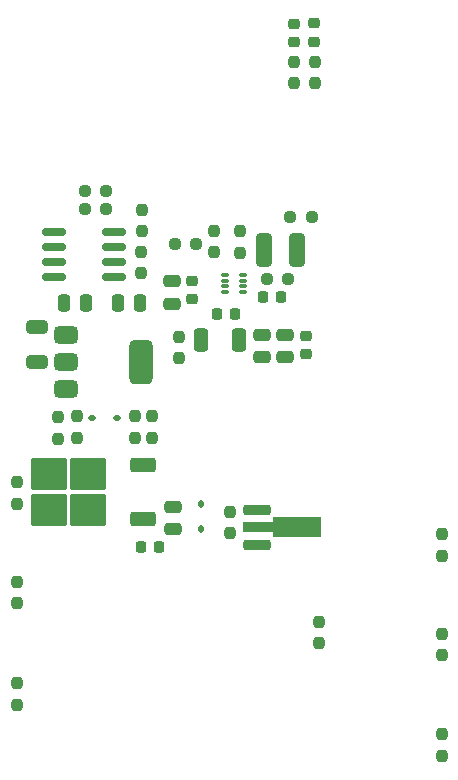
<source format=gbr>
%TF.GenerationSoftware,KiCad,Pcbnew,8.0.4-8.0.4-0~ubuntu22.04.1*%
%TF.CreationDate,2024-09-03T10:52:35+09:00*%
%TF.ProjectId,control_board,636f6e74-726f-46c5-9f62-6f6172642e6b,rev?*%
%TF.SameCoordinates,Original*%
%TF.FileFunction,Paste,Top*%
%TF.FilePolarity,Positive*%
%FSLAX46Y46*%
G04 Gerber Fmt 4.6, Leading zero omitted, Abs format (unit mm)*
G04 Created by KiCad (PCBNEW 8.0.4-8.0.4-0~ubuntu22.04.1) date 2024-09-03 10:52:35*
%MOMM*%
%LPD*%
G01*
G04 APERTURE LIST*
G04 Aperture macros list*
%AMRoundRect*
0 Rectangle with rounded corners*
0 $1 Rounding radius*
0 $2 $3 $4 $5 $6 $7 $8 $9 X,Y pos of 4 corners*
0 Add a 4 corners polygon primitive as box body*
4,1,4,$2,$3,$4,$5,$6,$7,$8,$9,$2,$3,0*
0 Add four circle primitives for the rounded corners*
1,1,$1+$1,$2,$3*
1,1,$1+$1,$4,$5*
1,1,$1+$1,$6,$7*
1,1,$1+$1,$8,$9*
0 Add four rect primitives between the rounded corners*
20,1,$1+$1,$2,$3,$4,$5,0*
20,1,$1+$1,$4,$5,$6,$7,0*
20,1,$1+$1,$6,$7,$8,$9,0*
20,1,$1+$1,$8,$9,$2,$3,0*%
%AMFreePoly0*
4,1,9,5.362500,-0.866500,1.237500,-0.866500,1.237500,-0.450000,-1.237500,-0.450000,-1.237500,0.450000,1.237500,0.450000,1.237500,0.866500,5.362500,0.866500,5.362500,-0.866500,5.362500,-0.866500,$1*%
G04 Aperture macros list end*
%ADD10RoundRect,0.225000X-0.225000X-0.250000X0.225000X-0.250000X0.225000X0.250000X-0.225000X0.250000X0*%
%ADD11RoundRect,0.250000X-0.400000X-1.150000X0.400000X-1.150000X0.400000X1.150000X-0.400000X1.150000X0*%
%ADD12RoundRect,0.237500X-0.237500X0.250000X-0.237500X-0.250000X0.237500X-0.250000X0.237500X0.250000X0*%
%ADD13RoundRect,0.237500X0.237500X-0.250000X0.237500X0.250000X-0.237500X0.250000X-0.237500X-0.250000X0*%
%ADD14RoundRect,0.237500X-0.250000X-0.237500X0.250000X-0.237500X0.250000X0.237500X-0.250000X0.237500X0*%
%ADD15RoundRect,0.250000X0.650000X-0.325000X0.650000X0.325000X-0.650000X0.325000X-0.650000X-0.325000X0*%
%ADD16RoundRect,0.300000X-0.300000X-0.700000X0.300000X-0.700000X0.300000X0.700000X-0.300000X0.700000X0*%
%ADD17RoundRect,0.250000X-0.475000X0.250000X-0.475000X-0.250000X0.475000X-0.250000X0.475000X0.250000X0*%
%ADD18RoundRect,0.250000X0.850000X0.350000X-0.850000X0.350000X-0.850000X-0.350000X0.850000X-0.350000X0*%
%ADD19RoundRect,0.250000X1.275000X1.125000X-1.275000X1.125000X-1.275000X-1.125000X1.275000X-1.125000X0*%
%ADD20RoundRect,0.237500X0.250000X0.237500X-0.250000X0.237500X-0.250000X-0.237500X0.250000X-0.237500X0*%
%ADD21RoundRect,0.250000X-0.250000X-0.475000X0.250000X-0.475000X0.250000X0.475000X-0.250000X0.475000X0*%
%ADD22RoundRect,0.162500X-0.825000X-0.162500X0.825000X-0.162500X0.825000X0.162500X-0.825000X0.162500X0*%
%ADD23RoundRect,0.218750X-0.256250X0.218750X-0.256250X-0.218750X0.256250X-0.218750X0.256250X0.218750X0*%
%ADD24RoundRect,0.112500X-0.187500X-0.112500X0.187500X-0.112500X0.187500X0.112500X-0.187500X0.112500X0*%
%ADD25RoundRect,0.225000X-0.250000X0.225000X-0.250000X-0.225000X0.250000X-0.225000X0.250000X0.225000X0*%
%ADD26RoundRect,0.375000X-0.625000X-0.375000X0.625000X-0.375000X0.625000X0.375000X-0.625000X0.375000X0*%
%ADD27RoundRect,0.500000X-0.500000X-1.400000X0.500000X-1.400000X0.500000X1.400000X-0.500000X1.400000X0*%
%ADD28RoundRect,0.112500X-0.112500X0.187500X-0.112500X-0.187500X0.112500X-0.187500X0.112500X0.187500X0*%
%ADD29RoundRect,0.225000X-0.925000X-0.225000X0.925000X-0.225000X0.925000X0.225000X-0.925000X0.225000X0*%
%ADD30FreePoly0,0.000000*%
%ADD31RoundRect,0.250000X0.250000X0.475000X-0.250000X0.475000X-0.250000X-0.475000X0.250000X-0.475000X0*%
%ADD32RoundRect,0.050000X-0.285000X-0.100000X0.285000X-0.100000X0.285000X0.100000X-0.285000X0.100000X0*%
G04 APERTURE END LIST*
D10*
%TO.C,C4*%
X152850000Y-91500000D03*
X154400000Y-91500000D03*
%TD*%
D11*
%TO.C,C2*%
X152950000Y-87475000D03*
X155750000Y-87475000D03*
%TD*%
D12*
%TO.C,R9*%
X142500000Y-87675000D03*
X142500000Y-89500000D03*
%TD*%
%TO.C,R19*%
X150050000Y-109675000D03*
X150050000Y-111500000D03*
%TD*%
D13*
%TO.C,R22*%
X143500000Y-103412500D03*
X143500000Y-101587500D03*
%TD*%
D14*
%TO.C,R5*%
X153175000Y-90000000D03*
X155000000Y-90000000D03*
%TD*%
%TO.C,R6*%
X155175000Y-84750000D03*
X157000000Y-84750000D03*
%TD*%
D15*
%TO.C,C8*%
X133750000Y-97000000D03*
X133750000Y-94050000D03*
%TD*%
D16*
%TO.C,L1*%
X147650000Y-95175000D03*
X150850000Y-95175000D03*
%TD*%
D17*
%TO.C,C7*%
X152750000Y-94675000D03*
X152750000Y-96575000D03*
%TD*%
D18*
%TO.C,U3*%
X142700000Y-110300000D03*
D19*
X138075000Y-109545000D03*
X138075000Y-106495000D03*
X134725000Y-109545000D03*
X134725000Y-106495000D03*
D18*
X142700000Y-105740000D03*
%TD*%
D13*
%TO.C,R24*%
X157250000Y-73412500D03*
X157250000Y-71587500D03*
%TD*%
%TO.C,R4*%
X150925000Y-87750000D03*
X150925000Y-85925000D03*
%TD*%
D20*
%TO.C,R2*%
X147205000Y-87030000D03*
X145380000Y-87030000D03*
%TD*%
D12*
%TO.C,R16*%
X132000000Y-107175000D03*
X132000000Y-109000000D03*
%TD*%
%TO.C,R18*%
X132000000Y-124187500D03*
X132000000Y-126012500D03*
%TD*%
D17*
%TO.C,C1*%
X145125000Y-90150000D03*
X145125000Y-92050000D03*
%TD*%
D13*
%TO.C,R8*%
X135500000Y-103500000D03*
X135500000Y-101675000D03*
%TD*%
%TO.C,R14*%
X168000000Y-121825000D03*
X168000000Y-120000000D03*
%TD*%
D14*
%TO.C,R11*%
X137775000Y-84000000D03*
X139600000Y-84000000D03*
%TD*%
D21*
%TO.C,C10*%
X140550000Y-92000000D03*
X142450000Y-92000000D03*
%TD*%
D13*
%TO.C,R15*%
X168000000Y-130325000D03*
X168000000Y-128500000D03*
%TD*%
D22*
%TO.C,U4*%
X135157500Y-85960000D03*
X135157500Y-87230000D03*
X135157500Y-88500000D03*
X135157500Y-89770000D03*
X140232500Y-89770000D03*
X140232500Y-88500000D03*
X140232500Y-87230000D03*
X140232500Y-85960000D03*
%TD*%
D13*
%TO.C,R23*%
X155500000Y-73412500D03*
X155500000Y-71587500D03*
%TD*%
D23*
%TO.C,D1*%
X155500000Y-68337500D03*
X155500000Y-69912500D03*
%TD*%
D10*
%TO.C,C14*%
X142550000Y-112700000D03*
X144100000Y-112700000D03*
%TD*%
D24*
%TO.C,D2*%
X138400000Y-101750000D03*
X140500000Y-101750000D03*
%TD*%
D17*
%TO.C,C6*%
X154750000Y-94675000D03*
X154750000Y-96575000D03*
%TD*%
D13*
%TO.C,R13*%
X168000000Y-113412500D03*
X168000000Y-111587500D03*
%TD*%
D25*
%TO.C,C12*%
X156500000Y-94800000D03*
X156500000Y-96350000D03*
%TD*%
D26*
%TO.C,U1*%
X136200000Y-94700000D03*
X136200000Y-97000000D03*
D27*
X142500000Y-97000000D03*
D26*
X136200000Y-99300000D03*
%TD*%
D28*
%TO.C,D3*%
X147600000Y-109050000D03*
X147600000Y-111150000D03*
%TD*%
D13*
%TO.C,R7*%
X137100000Y-103412500D03*
X137100000Y-101587500D03*
%TD*%
%TO.C,R3*%
X145750000Y-96675000D03*
X145750000Y-94850000D03*
%TD*%
D12*
%TO.C,R17*%
X132000000Y-115600000D03*
X132000000Y-117425000D03*
%TD*%
%TO.C,R12*%
X142600000Y-84087500D03*
X142600000Y-85912500D03*
%TD*%
D29*
%TO.C,Q1*%
X152350000Y-109500000D03*
D30*
X152437500Y-111000000D03*
D29*
X152350000Y-112500000D03*
%TD*%
D17*
%TO.C,C13*%
X145250000Y-109250000D03*
X145250000Y-111150000D03*
%TD*%
D31*
%TO.C,C9*%
X137900000Y-92000000D03*
X136000000Y-92000000D03*
%TD*%
D13*
%TO.C,R1*%
X148695000Y-87712500D03*
X148695000Y-85887500D03*
%TD*%
D10*
%TO.C,C5*%
X148975000Y-92900000D03*
X150525000Y-92900000D03*
%TD*%
D23*
%TO.C,D4*%
X157200000Y-68312500D03*
X157200000Y-69887500D03*
%TD*%
D14*
%TO.C,R10*%
X137775000Y-82500000D03*
X139600000Y-82500000D03*
%TD*%
D13*
%TO.C,R20*%
X157600000Y-120800000D03*
X157600000Y-118975000D03*
%TD*%
D32*
%TO.C,U2*%
X149675000Y-89600000D03*
X149675000Y-90100000D03*
X149675000Y-90600000D03*
X149675000Y-91100000D03*
X151155000Y-91100000D03*
X151155000Y-90600000D03*
X151155000Y-90100000D03*
X151155000Y-89600000D03*
%TD*%
D25*
%TO.C,C3*%
X146875000Y-90125000D03*
X146875000Y-91675000D03*
%TD*%
D13*
%TO.C,R21*%
X142000000Y-103412500D03*
X142000000Y-101587500D03*
%TD*%
M02*

</source>
